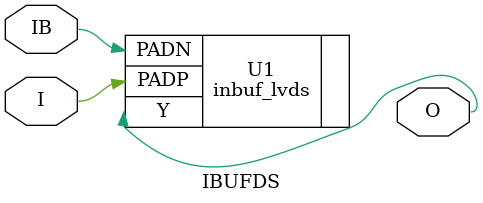
<source format=v>
module IBUFDS (
input  wire I,
input  wire IB,
output wire O);

inbuf_lvds U1 (.PADP (I), .PADN (IB), .Y(O) );

endmodule

</source>
